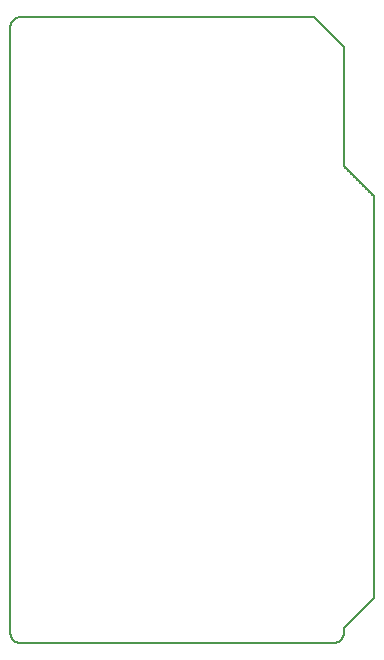
<source format=gm1>
G04 MADE WITH FRITZING*
G04 WWW.FRITZING.ORG*
G04 DOUBLE SIDED*
G04 HOLES PLATED*
G04 CONTOUR ON CENTER OF CONTOUR VECTOR*
%ASAXBY*%
%FSLAX23Y23*%
%MOIN*%
%OFA0B0*%
%SFA1.0B1.0*%
%ADD10C,0.008*%
%LNCONTOUR*%
G90*
G70*
G54D10*
X34Y2095D02*
X35Y2095D01*
X36Y2095D01*
X37Y2095D01*
X38Y2095D01*
X39Y2095D01*
X40Y2095D01*
X41Y2095D01*
X42Y2095D01*
X43Y2095D01*
X44Y2095D01*
X45Y2095D01*
X46Y2095D01*
X47Y2095D01*
X48Y2095D01*
X49Y2095D01*
X50Y2095D01*
X51Y2095D01*
X52Y2095D01*
X53Y2095D01*
X54Y2095D01*
X55Y2095D01*
X56Y2095D01*
X57Y2095D01*
X58Y2095D01*
X59Y2095D01*
X60Y2095D01*
X61Y2095D01*
X62Y2095D01*
X63Y2095D01*
X64Y2095D01*
X65Y2095D01*
X66Y2095D01*
X67Y2095D01*
X68Y2095D01*
X69Y2095D01*
X70Y2095D01*
X71Y2095D01*
X72Y2095D01*
X73Y2095D01*
X74Y2095D01*
X75Y2095D01*
X76Y2095D01*
X77Y2095D01*
X78Y2095D01*
X79Y2095D01*
X80Y2095D01*
X81Y2095D01*
X82Y2095D01*
X83Y2095D01*
X84Y2095D01*
X85Y2095D01*
X86Y2095D01*
X87Y2095D01*
X88Y2095D01*
X89Y2095D01*
X90Y2095D01*
X91Y2095D01*
X92Y2095D01*
X93Y2095D01*
X94Y2095D01*
X95Y2095D01*
X96Y2095D01*
X97Y2095D01*
X98Y2095D01*
X99Y2095D01*
X100Y2095D01*
X101Y2095D01*
X102Y2095D01*
X103Y2095D01*
X104Y2095D01*
X105Y2095D01*
X106Y2095D01*
X107Y2095D01*
X108Y2095D01*
X109Y2095D01*
X110Y2095D01*
X111Y2095D01*
X112Y2095D01*
X113Y2095D01*
X114Y2095D01*
X115Y2095D01*
X116Y2095D01*
X117Y2095D01*
X118Y2095D01*
X119Y2095D01*
X120Y2095D01*
X121Y2095D01*
X122Y2095D01*
X123Y2095D01*
X124Y2095D01*
X125Y2095D01*
X126Y2095D01*
X127Y2095D01*
X128Y2095D01*
X129Y2095D01*
X130Y2095D01*
X131Y2095D01*
X132Y2095D01*
X133Y2095D01*
X134Y2095D01*
X135Y2095D01*
X136Y2095D01*
X137Y2095D01*
X138Y2095D01*
X139Y2095D01*
X140Y2095D01*
X141Y2095D01*
X142Y2095D01*
X143Y2095D01*
X144Y2095D01*
X145Y2095D01*
X146Y2095D01*
X147Y2095D01*
X148Y2095D01*
X149Y2095D01*
X150Y2095D01*
X151Y2095D01*
X152Y2095D01*
X153Y2095D01*
X154Y2095D01*
X155Y2095D01*
X156Y2095D01*
X157Y2095D01*
X158Y2095D01*
X159Y2095D01*
X160Y2095D01*
X161Y2095D01*
X162Y2095D01*
X163Y2095D01*
X164Y2095D01*
X165Y2095D01*
X166Y2095D01*
X167Y2095D01*
X168Y2095D01*
X169Y2095D01*
X170Y2095D01*
X171Y2095D01*
X172Y2095D01*
X173Y2095D01*
X174Y2095D01*
X175Y2095D01*
X176Y2095D01*
X177Y2095D01*
X178Y2095D01*
X179Y2095D01*
X180Y2095D01*
X181Y2095D01*
X182Y2095D01*
X183Y2095D01*
X184Y2095D01*
X185Y2095D01*
X186Y2095D01*
X187Y2095D01*
X188Y2095D01*
X189Y2095D01*
X190Y2095D01*
X191Y2095D01*
X192Y2095D01*
X193Y2095D01*
X194Y2095D01*
X195Y2095D01*
X196Y2095D01*
X197Y2095D01*
X198Y2095D01*
X199Y2095D01*
X200Y2095D01*
X201Y2095D01*
X202Y2095D01*
X203Y2095D01*
X204Y2095D01*
X205Y2095D01*
X206Y2095D01*
X207Y2095D01*
X208Y2095D01*
X209Y2095D01*
X210Y2095D01*
X211Y2095D01*
X212Y2095D01*
X213Y2095D01*
X214Y2095D01*
X215Y2095D01*
X216Y2095D01*
X217Y2095D01*
X218Y2095D01*
X219Y2095D01*
X220Y2095D01*
X221Y2095D01*
X222Y2095D01*
X223Y2095D01*
X224Y2095D01*
X225Y2095D01*
X226Y2095D01*
X227Y2095D01*
X228Y2095D01*
X229Y2095D01*
X230Y2095D01*
X231Y2095D01*
X232Y2095D01*
X233Y2095D01*
X234Y2095D01*
X235Y2095D01*
X236Y2095D01*
X237Y2095D01*
X238Y2095D01*
X239Y2095D01*
X240Y2095D01*
X241Y2095D01*
X242Y2095D01*
X243Y2095D01*
X244Y2095D01*
X245Y2095D01*
X246Y2095D01*
X247Y2095D01*
X248Y2095D01*
X249Y2095D01*
X250Y2095D01*
X251Y2095D01*
X252Y2095D01*
X253Y2095D01*
X254Y2095D01*
X255Y2095D01*
X256Y2095D01*
X257Y2095D01*
X258Y2095D01*
X259Y2095D01*
X260Y2095D01*
X261Y2095D01*
X262Y2095D01*
X263Y2095D01*
X264Y2095D01*
X265Y2095D01*
X266Y2095D01*
X267Y2095D01*
X268Y2095D01*
X269Y2095D01*
X270Y2095D01*
X271Y2095D01*
X272Y2095D01*
X273Y2095D01*
X274Y2095D01*
X275Y2095D01*
X276Y2095D01*
X277Y2095D01*
X278Y2095D01*
X279Y2095D01*
X280Y2095D01*
X281Y2095D01*
X282Y2095D01*
X283Y2095D01*
X284Y2095D01*
X285Y2095D01*
X286Y2095D01*
X287Y2095D01*
X288Y2095D01*
X289Y2095D01*
X290Y2095D01*
X291Y2095D01*
X292Y2095D01*
X293Y2095D01*
X294Y2095D01*
X295Y2095D01*
X296Y2095D01*
X297Y2095D01*
X298Y2095D01*
X299Y2095D01*
X300Y2095D01*
X301Y2095D01*
X302Y2095D01*
X303Y2095D01*
X304Y2095D01*
X305Y2095D01*
X306Y2095D01*
X307Y2095D01*
X308Y2095D01*
X309Y2095D01*
X310Y2095D01*
X311Y2095D01*
X312Y2095D01*
X313Y2095D01*
X314Y2095D01*
X315Y2095D01*
X316Y2095D01*
X317Y2095D01*
X318Y2095D01*
X319Y2095D01*
X320Y2095D01*
X321Y2095D01*
X322Y2095D01*
X323Y2095D01*
X324Y2095D01*
X325Y2095D01*
X326Y2095D01*
X327Y2095D01*
X328Y2095D01*
X329Y2095D01*
X330Y2095D01*
X331Y2095D01*
X332Y2095D01*
X333Y2095D01*
X334Y2095D01*
X335Y2095D01*
X336Y2095D01*
X337Y2095D01*
X338Y2095D01*
X339Y2095D01*
X340Y2095D01*
X341Y2095D01*
X342Y2095D01*
X343Y2095D01*
X344Y2095D01*
X345Y2095D01*
X346Y2095D01*
X347Y2095D01*
X348Y2095D01*
X349Y2095D01*
X350Y2095D01*
X351Y2095D01*
X352Y2095D01*
X353Y2095D01*
X354Y2095D01*
X355Y2095D01*
X356Y2095D01*
X357Y2095D01*
X358Y2095D01*
X359Y2095D01*
X360Y2095D01*
X361Y2095D01*
X362Y2095D01*
X363Y2095D01*
X364Y2095D01*
X365Y2095D01*
X366Y2095D01*
X367Y2095D01*
X368Y2095D01*
X369Y2095D01*
X370Y2095D01*
X371Y2095D01*
X372Y2095D01*
X373Y2095D01*
X374Y2095D01*
X375Y2095D01*
X376Y2095D01*
X377Y2095D01*
X378Y2095D01*
X379Y2095D01*
X380Y2095D01*
X381Y2095D01*
X382Y2095D01*
X383Y2095D01*
X384Y2095D01*
X385Y2095D01*
X386Y2095D01*
X387Y2095D01*
X388Y2095D01*
X389Y2095D01*
X390Y2095D01*
X391Y2095D01*
X392Y2095D01*
X393Y2095D01*
X394Y2095D01*
X395Y2095D01*
X396Y2095D01*
X397Y2095D01*
X398Y2095D01*
X399Y2095D01*
X400Y2095D01*
X401Y2095D01*
X402Y2095D01*
X403Y2095D01*
X404Y2095D01*
X405Y2095D01*
X406Y2095D01*
X407Y2095D01*
X408Y2095D01*
X409Y2095D01*
X410Y2095D01*
X411Y2095D01*
X412Y2095D01*
X413Y2095D01*
X414Y2095D01*
X415Y2095D01*
X416Y2095D01*
X417Y2095D01*
X418Y2095D01*
X419Y2095D01*
X420Y2095D01*
X421Y2095D01*
X422Y2095D01*
X423Y2095D01*
X424Y2095D01*
X425Y2095D01*
X426Y2095D01*
X427Y2095D01*
X428Y2095D01*
X429Y2095D01*
X430Y2095D01*
X431Y2095D01*
X432Y2095D01*
X433Y2095D01*
X434Y2095D01*
X435Y2095D01*
X436Y2095D01*
X437Y2095D01*
X438Y2095D01*
X439Y2095D01*
X440Y2095D01*
X441Y2095D01*
X442Y2095D01*
X443Y2095D01*
X444Y2095D01*
X445Y2095D01*
X446Y2095D01*
X447Y2095D01*
X448Y2095D01*
X449Y2095D01*
X450Y2095D01*
X451Y2095D01*
X452Y2095D01*
X453Y2095D01*
X454Y2095D01*
X455Y2095D01*
X456Y2095D01*
X457Y2095D01*
X458Y2095D01*
X459Y2095D01*
X460Y2095D01*
X461Y2095D01*
X462Y2095D01*
X463Y2095D01*
X464Y2095D01*
X465Y2095D01*
X466Y2095D01*
X467Y2095D01*
X468Y2095D01*
X469Y2095D01*
X470Y2095D01*
X471Y2095D01*
X472Y2095D01*
X473Y2095D01*
X474Y2095D01*
X475Y2095D01*
X476Y2095D01*
X477Y2095D01*
X478Y2095D01*
X479Y2095D01*
X480Y2095D01*
X481Y2095D01*
X482Y2095D01*
X483Y2095D01*
X484Y2095D01*
X485Y2095D01*
X486Y2095D01*
X487Y2095D01*
X488Y2095D01*
X489Y2095D01*
X490Y2095D01*
X491Y2095D01*
X492Y2095D01*
X493Y2095D01*
X494Y2095D01*
X495Y2095D01*
X496Y2095D01*
X497Y2095D01*
X498Y2095D01*
X499Y2095D01*
X500Y2095D01*
X501Y2095D01*
X502Y2095D01*
X503Y2095D01*
X504Y2095D01*
X505Y2095D01*
X506Y2095D01*
X507Y2095D01*
X508Y2095D01*
X509Y2095D01*
X510Y2095D01*
X511Y2095D01*
X512Y2095D01*
X513Y2095D01*
X514Y2095D01*
X515Y2095D01*
X516Y2095D01*
X517Y2095D01*
X518Y2095D01*
X519Y2095D01*
X520Y2095D01*
X521Y2095D01*
X522Y2095D01*
X523Y2095D01*
X524Y2095D01*
X525Y2095D01*
X526Y2095D01*
X527Y2095D01*
X528Y2095D01*
X529Y2095D01*
X530Y2095D01*
X531Y2095D01*
X532Y2095D01*
X533Y2095D01*
X534Y2095D01*
X535Y2095D01*
X536Y2095D01*
X537Y2095D01*
X538Y2095D01*
X539Y2095D01*
X540Y2095D01*
X541Y2095D01*
X542Y2095D01*
X543Y2095D01*
X544Y2095D01*
X545Y2095D01*
X546Y2095D01*
X547Y2095D01*
X548Y2095D01*
X549Y2095D01*
X550Y2095D01*
X551Y2095D01*
X552Y2095D01*
X553Y2095D01*
X554Y2095D01*
X555Y2095D01*
X556Y2095D01*
X557Y2095D01*
X558Y2095D01*
X559Y2095D01*
X560Y2095D01*
X561Y2095D01*
X562Y2095D01*
X563Y2095D01*
X564Y2095D01*
X565Y2095D01*
X566Y2095D01*
X567Y2095D01*
X568Y2095D01*
X569Y2095D01*
X570Y2095D01*
X571Y2095D01*
X572Y2095D01*
X573Y2095D01*
X574Y2095D01*
X575Y2095D01*
X576Y2095D01*
X577Y2095D01*
X578Y2095D01*
X579Y2095D01*
X580Y2095D01*
X581Y2095D01*
X582Y2095D01*
X583Y2095D01*
X584Y2095D01*
X585Y2095D01*
X586Y2095D01*
X587Y2095D01*
X588Y2095D01*
X589Y2095D01*
X590Y2095D01*
X591Y2095D01*
X592Y2095D01*
X593Y2095D01*
X594Y2095D01*
X595Y2095D01*
X596Y2095D01*
X597Y2095D01*
X598Y2095D01*
X599Y2095D01*
X600Y2095D01*
X601Y2095D01*
X602Y2095D01*
X603Y2095D01*
X604Y2095D01*
X605Y2095D01*
X606Y2095D01*
X607Y2095D01*
X608Y2095D01*
X609Y2095D01*
X610Y2095D01*
X611Y2095D01*
X612Y2095D01*
X613Y2095D01*
X614Y2095D01*
X615Y2095D01*
X616Y2095D01*
X617Y2095D01*
X618Y2095D01*
X619Y2095D01*
X620Y2095D01*
X621Y2095D01*
X622Y2095D01*
X623Y2095D01*
X624Y2095D01*
X625Y2095D01*
X626Y2095D01*
X627Y2095D01*
X628Y2095D01*
X629Y2095D01*
X630Y2095D01*
X631Y2095D01*
X632Y2095D01*
X633Y2095D01*
X634Y2095D01*
X635Y2095D01*
X636Y2095D01*
X637Y2095D01*
X638Y2095D01*
X639Y2095D01*
X640Y2095D01*
X641Y2095D01*
X642Y2095D01*
X643Y2095D01*
X644Y2095D01*
X645Y2095D01*
X646Y2095D01*
X647Y2095D01*
X648Y2095D01*
X649Y2095D01*
X650Y2095D01*
X651Y2095D01*
X652Y2095D01*
X653Y2095D01*
X654Y2095D01*
X655Y2095D01*
X656Y2095D01*
X657Y2095D01*
X658Y2095D01*
X659Y2095D01*
X660Y2095D01*
X661Y2095D01*
X662Y2095D01*
X663Y2095D01*
X664Y2095D01*
X665Y2095D01*
X666Y2095D01*
X667Y2095D01*
X668Y2095D01*
X669Y2095D01*
X670Y2095D01*
X671Y2095D01*
X672Y2095D01*
X673Y2095D01*
X674Y2095D01*
X675Y2095D01*
X676Y2095D01*
X677Y2095D01*
X678Y2095D01*
X679Y2095D01*
X680Y2095D01*
X681Y2095D01*
X682Y2095D01*
X683Y2095D01*
X684Y2095D01*
X685Y2095D01*
X686Y2095D01*
X687Y2095D01*
X688Y2095D01*
X689Y2095D01*
X690Y2095D01*
X691Y2095D01*
X692Y2095D01*
X693Y2095D01*
X694Y2095D01*
X695Y2095D01*
X696Y2095D01*
X697Y2095D01*
X698Y2095D01*
X699Y2095D01*
X700Y2095D01*
X701Y2095D01*
X702Y2095D01*
X703Y2095D01*
X704Y2095D01*
X705Y2095D01*
X706Y2095D01*
X707Y2095D01*
X708Y2095D01*
X709Y2095D01*
X710Y2095D01*
X711Y2095D01*
X712Y2095D01*
X713Y2095D01*
X714Y2095D01*
X715Y2095D01*
X716Y2095D01*
X717Y2095D01*
X718Y2095D01*
X719Y2095D01*
X720Y2095D01*
X721Y2095D01*
X722Y2095D01*
X723Y2095D01*
X724Y2095D01*
X725Y2095D01*
X726Y2095D01*
X727Y2095D01*
X728Y2095D01*
X729Y2095D01*
X730Y2095D01*
X731Y2095D01*
X732Y2095D01*
X733Y2095D01*
X734Y2095D01*
X735Y2095D01*
X736Y2095D01*
X737Y2095D01*
X738Y2095D01*
X739Y2095D01*
X740Y2095D01*
X741Y2095D01*
X742Y2095D01*
X743Y2095D01*
X744Y2095D01*
X745Y2095D01*
X746Y2095D01*
X747Y2095D01*
X748Y2095D01*
X749Y2095D01*
X750Y2095D01*
X751Y2095D01*
X752Y2095D01*
X753Y2095D01*
X754Y2095D01*
X755Y2095D01*
X756Y2095D01*
X757Y2095D01*
X758Y2095D01*
X759Y2095D01*
X760Y2095D01*
X761Y2095D01*
X762Y2095D01*
X763Y2095D01*
X764Y2095D01*
X765Y2095D01*
X766Y2095D01*
X767Y2095D01*
X768Y2095D01*
X769Y2095D01*
X770Y2095D01*
X771Y2095D01*
X772Y2095D01*
X773Y2095D01*
X774Y2095D01*
X775Y2095D01*
X776Y2095D01*
X777Y2095D01*
X778Y2095D01*
X779Y2095D01*
X780Y2095D01*
X781Y2095D01*
X782Y2095D01*
X783Y2095D01*
X784Y2095D01*
X785Y2095D01*
X786Y2095D01*
X787Y2095D01*
X788Y2095D01*
X789Y2095D01*
X790Y2095D01*
X791Y2095D01*
X792Y2095D01*
X793Y2095D01*
X794Y2095D01*
X795Y2095D01*
X796Y2095D01*
X797Y2095D01*
X798Y2095D01*
X799Y2095D01*
X800Y2095D01*
X801Y2095D01*
X802Y2095D01*
X803Y2095D01*
X804Y2095D01*
X805Y2095D01*
X806Y2095D01*
X807Y2095D01*
X808Y2095D01*
X809Y2095D01*
X810Y2095D01*
X811Y2095D01*
X812Y2095D01*
X813Y2095D01*
X814Y2095D01*
X815Y2095D01*
X816Y2095D01*
X817Y2095D01*
X818Y2095D01*
X819Y2095D01*
X820Y2095D01*
X821Y2095D01*
X822Y2095D01*
X823Y2095D01*
X824Y2095D01*
X825Y2095D01*
X826Y2095D01*
X827Y2095D01*
X828Y2095D01*
X829Y2095D01*
X830Y2095D01*
X831Y2095D01*
X832Y2095D01*
X833Y2095D01*
X834Y2095D01*
X835Y2095D01*
X836Y2095D01*
X837Y2095D01*
X838Y2095D01*
X839Y2095D01*
X840Y2095D01*
X841Y2095D01*
X842Y2095D01*
X843Y2095D01*
X844Y2095D01*
X845Y2095D01*
X846Y2095D01*
X847Y2095D01*
X848Y2095D01*
X849Y2095D01*
X850Y2095D01*
X851Y2095D01*
X852Y2095D01*
X853Y2095D01*
X854Y2095D01*
X855Y2095D01*
X856Y2095D01*
X857Y2095D01*
X858Y2095D01*
X859Y2095D01*
X860Y2095D01*
X861Y2095D01*
X862Y2095D01*
X863Y2095D01*
X864Y2095D01*
X865Y2095D01*
X866Y2095D01*
X867Y2095D01*
X868Y2095D01*
X869Y2095D01*
X870Y2095D01*
X871Y2095D01*
X872Y2095D01*
X873Y2095D01*
X874Y2095D01*
X875Y2095D01*
X876Y2095D01*
X877Y2095D01*
X878Y2095D01*
X879Y2095D01*
X880Y2095D01*
X881Y2095D01*
X882Y2095D01*
X883Y2095D01*
X884Y2095D01*
X885Y2095D01*
X886Y2095D01*
X887Y2095D01*
X888Y2095D01*
X889Y2095D01*
X890Y2095D01*
X891Y2095D01*
X892Y2095D01*
X893Y2095D01*
X894Y2095D01*
X895Y2095D01*
X896Y2095D01*
X897Y2095D01*
X898Y2095D01*
X899Y2095D01*
X900Y2095D01*
X901Y2095D01*
X902Y2095D01*
X903Y2095D01*
X904Y2095D01*
X905Y2095D01*
X906Y2095D01*
X907Y2095D01*
X908Y2095D01*
X909Y2095D01*
X910Y2095D01*
X911Y2095D01*
X912Y2095D01*
X913Y2095D01*
X914Y2095D01*
X915Y2095D01*
X916Y2095D01*
X917Y2095D01*
X918Y2095D01*
X919Y2095D01*
X920Y2095D01*
X921Y2095D01*
X922Y2095D01*
X923Y2095D01*
X924Y2095D01*
X925Y2095D01*
X926Y2095D01*
X927Y2095D01*
X928Y2095D01*
X929Y2095D01*
X930Y2095D01*
X931Y2095D01*
X932Y2095D01*
X933Y2095D01*
X934Y2095D01*
X935Y2095D01*
X936Y2095D01*
X937Y2095D01*
X938Y2095D01*
X939Y2095D01*
X940Y2095D01*
X941Y2095D01*
X942Y2095D01*
X943Y2095D01*
X944Y2095D01*
X945Y2095D01*
X946Y2095D01*
X947Y2095D01*
X948Y2095D01*
X949Y2095D01*
X950Y2095D01*
X951Y2095D01*
X952Y2095D01*
X953Y2095D01*
X954Y2095D01*
X955Y2095D01*
X956Y2095D01*
X957Y2095D01*
X958Y2095D01*
X959Y2095D01*
X960Y2095D01*
X961Y2095D01*
X962Y2095D01*
X963Y2095D01*
X964Y2095D01*
X965Y2095D01*
X966Y2095D01*
X967Y2095D01*
X968Y2095D01*
X969Y2095D01*
X970Y2095D01*
X971Y2095D01*
X972Y2095D01*
X973Y2095D01*
X974Y2095D01*
X975Y2095D01*
X976Y2095D01*
X977Y2095D01*
X978Y2095D01*
X979Y2095D01*
X980Y2095D01*
X981Y2095D01*
X982Y2095D01*
X983Y2095D01*
X984Y2095D01*
X985Y2095D01*
X986Y2095D01*
X987Y2095D01*
X988Y2095D01*
X989Y2095D01*
X990Y2095D01*
X991Y2095D01*
X992Y2095D01*
X993Y2095D01*
X994Y2095D01*
X995Y2095D01*
X996Y2095D01*
X997Y2095D01*
X998Y2095D01*
X999Y2095D01*
X1000Y2095D01*
X1001Y2095D01*
X1002Y2095D01*
X1003Y2095D01*
X1004Y2095D01*
X1005Y2095D01*
X1006Y2095D01*
X1007Y2095D01*
X1008Y2095D01*
X1009Y2095D01*
X1010Y2095D01*
X1011Y2095D01*
X1012Y2095D01*
X1013Y2095D01*
X1014Y2095D01*
X1015Y2095D01*
X1016Y2095D01*
X1017Y2095D01*
X1018Y2095D01*
X1019Y2095D01*
X1020Y2094D01*
X1021Y2093D01*
X1022Y2092D01*
X1023Y2091D01*
X1024Y2090D01*
X1025Y2089D01*
X1026Y2088D01*
X1027Y2087D01*
X1028Y2086D01*
X1029Y2085D01*
X1030Y2084D01*
X1031Y2083D01*
X1032Y2082D01*
X1033Y2081D01*
X1034Y2080D01*
X1035Y2079D01*
X1036Y2078D01*
X1037Y2077D01*
X1038Y2076D01*
X1039Y2075D01*
X1040Y2074D01*
X1041Y2073D01*
X1042Y2072D01*
X1043Y2071D01*
X1044Y2070D01*
X1045Y2069D01*
X1046Y2068D01*
X1047Y2067D01*
X1048Y2066D01*
X1049Y2065D01*
X1050Y2064D01*
X1051Y2063D01*
X1052Y2062D01*
X1053Y2061D01*
X1054Y2060D01*
X1055Y2059D01*
X1056Y2058D01*
X1057Y2057D01*
X1058Y2056D01*
X1059Y2055D01*
X1060Y2054D01*
X1061Y2053D01*
X1062Y2052D01*
X1063Y2051D01*
X1064Y2050D01*
X1065Y2049D01*
X1066Y2048D01*
X1067Y2047D01*
X1068Y2046D01*
X1069Y2045D01*
X1070Y2044D01*
X1071Y2043D01*
X1072Y2042D01*
X1073Y2041D01*
X1074Y2040D01*
X1075Y2039D01*
X1076Y2038D01*
X1077Y2037D01*
X1078Y2036D01*
X1079Y2035D01*
X1080Y2034D01*
X1081Y2033D01*
X1082Y2032D01*
X1083Y2031D01*
X1084Y2030D01*
X1085Y2029D01*
X1086Y2028D01*
X1087Y2027D01*
X1088Y2026D01*
X1089Y2026D01*
X1090Y2025D01*
X1091Y2024D01*
X1092Y2023D01*
X1093Y2022D01*
X1094Y2021D01*
X1095Y2020D01*
X1096Y2019D01*
X1097Y2018D01*
X1098Y2017D01*
X1099Y2016D01*
X1100Y2015D01*
X1101Y2014D01*
X1102Y2013D01*
X1103Y2012D01*
X1104Y2011D01*
X1105Y2010D01*
X1106Y2009D01*
X1107Y2008D01*
X1108Y2007D01*
X1109Y2006D01*
X1110Y2005D01*
X1111Y2004D01*
X1112Y2003D01*
X1113Y2002D01*
X1114Y2001D01*
X1115Y2000D01*
X1116Y1999D01*
X1117Y1998D01*
X1118Y1997D01*
X1118Y1599D01*
X1119Y1598D01*
X1120Y1597D01*
X1121Y1596D01*
X1122Y1595D01*
X1123Y1594D01*
X1124Y1593D01*
X1125Y1592D01*
X1126Y1591D01*
X1127Y1590D01*
X1128Y1589D01*
X1129Y1588D01*
X1130Y1587D01*
X1131Y1586D01*
X1132Y1585D01*
X1133Y1584D01*
X1134Y1583D01*
X1135Y1582D01*
X1136Y1581D01*
X1137Y1580D01*
X1138Y1579D01*
X1139Y1578D01*
X1140Y1577D01*
X1141Y1576D01*
X1142Y1575D01*
X1143Y1574D01*
X1144Y1573D01*
X1145Y1572D01*
X1146Y1571D01*
X1147Y1570D01*
X1148Y1569D01*
X1149Y1568D01*
X1150Y1567D01*
X1151Y1566D01*
X1152Y1565D01*
X1153Y1564D01*
X1154Y1563D01*
X1155Y1562D01*
X1156Y1561D01*
X1157Y1560D01*
X1158Y1559D01*
X1159Y1558D01*
X1160Y1557D01*
X1161Y1556D01*
X1162Y1555D01*
X1163Y1554D01*
X1164Y1553D01*
X1165Y1552D01*
X1166Y1551D01*
X1167Y1550D01*
X1168Y1549D01*
X1169Y1548D01*
X1170Y1547D01*
X1171Y1546D01*
X1172Y1545D01*
X1173Y1544D01*
X1174Y1543D01*
X1175Y1542D01*
X1176Y1541D01*
X1177Y1540D01*
X1178Y1539D01*
X1179Y1538D01*
X1180Y1537D01*
X1181Y1536D01*
X1182Y1535D01*
X1183Y1534D01*
X1184Y1533D01*
X1185Y1532D01*
X1186Y1531D01*
X1187Y1530D01*
X1188Y1529D01*
X1189Y1528D01*
X1190Y1527D01*
X1191Y1526D01*
X1192Y1525D01*
X1193Y1524D01*
X1194Y1523D01*
X1195Y1522D01*
X1196Y1521D01*
X1197Y1520D01*
X1198Y1519D01*
X1199Y1518D01*
X1200Y1517D01*
X1201Y1516D01*
X1202Y1515D01*
X1203Y1514D01*
X1204Y1513D01*
X1205Y1512D01*
X1206Y1511D01*
X1207Y1510D01*
X1208Y1509D01*
X1209Y1508D01*
X1210Y1507D01*
X1211Y1506D01*
X1212Y1505D01*
X1213Y1504D01*
X1214Y1503D01*
X1215Y1502D01*
X1216Y1501D01*
X1217Y1500D01*
X1218Y1499D01*
X1218Y157D01*
X1217Y156D01*
X1216Y155D01*
X1215Y154D01*
X1214Y153D01*
X1213Y152D01*
X1212Y151D01*
X1211Y150D01*
X1210Y149D01*
X1209Y148D01*
X1208Y147D01*
X1207Y146D01*
X1206Y145D01*
X1205Y144D01*
X1204Y143D01*
X1203Y142D01*
X1202Y141D01*
X1201Y140D01*
X1200Y139D01*
X1199Y138D01*
X1198Y137D01*
X1197Y136D01*
X1196Y135D01*
X1195Y134D01*
X1194Y133D01*
X1193Y132D01*
X1192Y131D01*
X1191Y130D01*
X1190Y129D01*
X1189Y128D01*
X1188Y127D01*
X1187Y126D01*
X1186Y125D01*
X1185Y124D01*
X1184Y123D01*
X1183Y122D01*
X1182Y121D01*
X1181Y120D01*
X1180Y119D01*
X1179Y118D01*
X1178Y117D01*
X1177Y116D01*
X1176Y115D01*
X1175Y114D01*
X1174Y113D01*
X1173Y112D01*
X1172Y111D01*
X1171Y110D01*
X1170Y109D01*
X1169Y108D01*
X1168Y107D01*
X1167Y106D01*
X1166Y105D01*
X1165Y104D01*
X1164Y103D01*
X1163Y102D01*
X1162Y101D01*
X1161Y100D01*
X1160Y99D01*
X1159Y98D01*
X1158Y97D01*
X1157Y96D01*
X1156Y95D01*
X1155Y94D01*
X1154Y93D01*
X1153Y92D01*
X1152Y91D01*
X1151Y90D01*
X1150Y89D01*
X1149Y88D01*
X1148Y87D01*
X1147Y86D01*
X1146Y85D01*
X1145Y84D01*
X1144Y83D01*
X1143Y82D01*
X1142Y81D01*
X1141Y80D01*
X1140Y79D01*
X1139Y78D01*
X1138Y77D01*
X1137Y76D01*
X1136Y75D01*
X1135Y74D01*
X1134Y73D01*
X1133Y72D01*
X1132Y71D01*
X1131Y70D01*
X1130Y69D01*
X1129Y68D01*
X1128Y67D01*
X1127Y66D01*
X1126Y65D01*
X1125Y64D01*
X1124Y63D01*
X1123Y62D01*
X1122Y61D01*
X1121Y60D01*
X1120Y59D01*
X1119Y58D01*
X1118Y57D01*
X1118Y45D01*
X1119Y44D01*
X1119Y41D01*
X1118Y40D01*
X1118Y35D01*
X1117Y34D01*
X1117Y31D01*
X1116Y30D01*
X1116Y29D01*
X1115Y28D01*
X1115Y27D01*
X1114Y26D01*
X1114Y25D01*
X1113Y24D01*
X1112Y23D01*
X1112Y22D01*
X1111Y21D01*
X1110Y20D01*
X1109Y19D01*
X1108Y18D01*
X1107Y17D01*
X1106Y16D01*
X1105Y15D01*
X1104Y14D01*
X1103Y14D01*
X1102Y13D01*
X1101Y12D01*
X1100Y12D01*
X1099Y11D01*
X1098Y11D01*
X1097Y11D01*
X1096Y10D01*
X1095Y10D01*
X1094Y10D01*
X1093Y9D01*
X1092Y9D01*
X1091Y9D01*
X1090Y9D01*
X1089Y8D01*
X1088Y8D01*
X1087Y8D01*
X1086Y8D01*
X1085Y8D01*
X1084Y8D01*
X1083Y8D01*
X1082Y8D01*
X1081Y8D01*
X1080Y8D01*
X1079Y8D01*
X1078Y8D01*
X1077Y8D01*
X1076Y8D01*
X1075Y8D01*
X1074Y8D01*
X1073Y8D01*
X1072Y8D01*
X1071Y8D01*
X1070Y8D01*
X1069Y8D01*
X1068Y8D01*
X1067Y8D01*
X1066Y8D01*
X1065Y8D01*
X1064Y8D01*
X1063Y8D01*
X1062Y8D01*
X1061Y8D01*
X1060Y8D01*
X1059Y8D01*
X1058Y8D01*
X1057Y8D01*
X1056Y8D01*
X1055Y8D01*
X1054Y8D01*
X1053Y8D01*
X1052Y8D01*
X1051Y8D01*
X1050Y8D01*
X1049Y8D01*
X1048Y8D01*
X1047Y8D01*
X1046Y8D01*
X1045Y8D01*
X1044Y8D01*
X1043Y8D01*
X1042Y8D01*
X1041Y8D01*
X1040Y8D01*
X1039Y8D01*
X1038Y8D01*
X1037Y8D01*
X1036Y8D01*
X1035Y8D01*
X1034Y8D01*
X1033Y8D01*
X1032Y8D01*
X1031Y8D01*
X1030Y8D01*
X1029Y8D01*
X1028Y8D01*
X1027Y8D01*
X1026Y8D01*
X1025Y8D01*
X1024Y8D01*
X1023Y8D01*
X1022Y8D01*
X1021Y8D01*
X1020Y8D01*
X1019Y8D01*
X1018Y8D01*
X1017Y8D01*
X1016Y8D01*
X1015Y8D01*
X1014Y8D01*
X1013Y8D01*
X1012Y8D01*
X1011Y8D01*
X1010Y8D01*
X1009Y8D01*
X1008Y8D01*
X1007Y8D01*
X1006Y8D01*
X1005Y8D01*
X1004Y8D01*
X1003Y8D01*
X1002Y8D01*
X1001Y8D01*
X1000Y8D01*
X999Y8D01*
X998Y8D01*
X997Y8D01*
X996Y8D01*
X995Y8D01*
X994Y8D01*
X993Y8D01*
X992Y8D01*
X991Y8D01*
X990Y8D01*
X989Y8D01*
X988Y8D01*
X987Y8D01*
X986Y8D01*
X985Y8D01*
X984Y8D01*
X983Y8D01*
X982Y8D01*
X981Y8D01*
X980Y8D01*
X979Y8D01*
X978Y8D01*
X977Y8D01*
X976Y8D01*
X975Y8D01*
X974Y8D01*
X973Y8D01*
X972Y8D01*
X971Y8D01*
X970Y8D01*
X969Y8D01*
X968Y8D01*
X967Y8D01*
X966Y8D01*
X965Y8D01*
X964Y8D01*
X963Y8D01*
X962Y8D01*
X961Y8D01*
X960Y8D01*
X959Y8D01*
X958Y8D01*
X957Y8D01*
X956Y8D01*
X955Y8D01*
X954Y8D01*
X953Y8D01*
X952Y8D01*
X951Y8D01*
X950Y8D01*
X949Y8D01*
X948Y8D01*
X947Y8D01*
X946Y8D01*
X945Y8D01*
X944Y8D01*
X943Y8D01*
X942Y8D01*
X941Y8D01*
X940Y8D01*
X939Y8D01*
X938Y8D01*
X937Y8D01*
X936Y8D01*
X935Y8D01*
X934Y8D01*
X933Y8D01*
X932Y8D01*
X931Y8D01*
X930Y8D01*
X929Y8D01*
X928Y8D01*
X927Y8D01*
X926Y8D01*
X925Y8D01*
X924Y8D01*
X923Y8D01*
X922Y8D01*
X921Y8D01*
X920Y8D01*
X919Y8D01*
X918Y8D01*
X917Y8D01*
X916Y8D01*
X915Y8D01*
X914Y8D01*
X913Y8D01*
X912Y8D01*
X911Y8D01*
X910Y8D01*
X909Y8D01*
X908Y8D01*
X907Y8D01*
X906Y8D01*
X905Y8D01*
X904Y8D01*
X903Y8D01*
X902Y8D01*
X901Y8D01*
X900Y8D01*
X899Y8D01*
X898Y8D01*
X897Y8D01*
X896Y8D01*
X895Y8D01*
X894Y8D01*
X893Y8D01*
X892Y8D01*
X891Y8D01*
X890Y8D01*
X889Y8D01*
X888Y8D01*
X887Y8D01*
X886Y8D01*
X885Y8D01*
X884Y8D01*
X883Y8D01*
X882Y8D01*
X881Y8D01*
X880Y8D01*
X879Y8D01*
X878Y8D01*
X877Y8D01*
X876Y8D01*
X875Y8D01*
X874Y8D01*
X873Y8D01*
X872Y8D01*
X871Y8D01*
X870Y8D01*
X869Y8D01*
X868Y8D01*
X867Y8D01*
X866Y8D01*
X865Y8D01*
X864Y8D01*
X863Y8D01*
X862Y8D01*
X861Y8D01*
X860Y8D01*
X859Y8D01*
X858Y8D01*
X857Y8D01*
X856Y8D01*
X855Y8D01*
X854Y8D01*
X853Y8D01*
X852Y8D01*
X851Y8D01*
X850Y8D01*
X849Y8D01*
X848Y8D01*
X847Y8D01*
X846Y8D01*
X845Y8D01*
X844Y8D01*
X843Y8D01*
X842Y8D01*
X841Y8D01*
X840Y8D01*
X839Y8D01*
X838Y8D01*
X837Y8D01*
X836Y8D01*
X835Y8D01*
X834Y8D01*
X833Y8D01*
X832Y8D01*
X831Y8D01*
X830Y8D01*
X829Y8D01*
X828Y8D01*
X827Y8D01*
X826Y8D01*
X825Y8D01*
X824Y8D01*
X823Y8D01*
X822Y8D01*
X821Y8D01*
X820Y8D01*
X819Y8D01*
X818Y8D01*
X817Y8D01*
X816Y8D01*
X815Y8D01*
X814Y8D01*
X813Y8D01*
X812Y8D01*
X811Y8D01*
X810Y8D01*
X809Y8D01*
X808Y8D01*
X807Y8D01*
X806Y8D01*
X805Y8D01*
X804Y8D01*
X803Y8D01*
X802Y8D01*
X801Y8D01*
X800Y8D01*
X799Y8D01*
X798Y8D01*
X797Y8D01*
X796Y8D01*
X795Y8D01*
X794Y8D01*
X793Y8D01*
X792Y8D01*
X791Y8D01*
X790Y8D01*
X789Y8D01*
X788Y8D01*
X787Y8D01*
X786Y8D01*
X785Y8D01*
X784Y8D01*
X783Y8D01*
X782Y8D01*
X781Y8D01*
X780Y8D01*
X779Y8D01*
X778Y8D01*
X777Y8D01*
X776Y8D01*
X775Y8D01*
X774Y8D01*
X773Y8D01*
X772Y8D01*
X771Y8D01*
X770Y8D01*
X769Y8D01*
X768Y8D01*
X767Y8D01*
X766Y8D01*
X765Y8D01*
X764Y8D01*
X763Y8D01*
X762Y8D01*
X761Y8D01*
X760Y8D01*
X759Y8D01*
X758Y8D01*
X757Y8D01*
X756Y8D01*
X755Y8D01*
X754Y8D01*
X753Y8D01*
X752Y8D01*
X751Y8D01*
X750Y8D01*
X749Y8D01*
X748Y8D01*
X747Y8D01*
X746Y8D01*
X745Y8D01*
X744Y8D01*
X743Y8D01*
X742Y8D01*
X741Y8D01*
X740Y8D01*
X739Y8D01*
X738Y8D01*
X737Y8D01*
X736Y8D01*
X735Y8D01*
X734Y8D01*
X733Y8D01*
X732Y8D01*
X731Y8D01*
X730Y8D01*
X729Y8D01*
X728Y8D01*
X727Y8D01*
X726Y8D01*
X725Y8D01*
X724Y8D01*
X723Y8D01*
X722Y8D01*
X721Y8D01*
X720Y8D01*
X719Y8D01*
X718Y8D01*
X717Y8D01*
X716Y8D01*
X715Y8D01*
X714Y8D01*
X713Y8D01*
X712Y8D01*
X711Y8D01*
X710Y8D01*
X709Y8D01*
X708Y8D01*
X707Y8D01*
X706Y8D01*
X705Y8D01*
X704Y8D01*
X703Y8D01*
X702Y8D01*
X701Y8D01*
X700Y8D01*
X699Y8D01*
X698Y8D01*
X697Y8D01*
X696Y8D01*
X695Y8D01*
X694Y8D01*
X693Y8D01*
X692Y8D01*
X691Y8D01*
X690Y8D01*
X689Y8D01*
X688Y8D01*
X687Y8D01*
X686Y8D01*
X685Y8D01*
X684Y8D01*
X683Y8D01*
X682Y8D01*
X681Y8D01*
X680Y8D01*
X679Y8D01*
X678Y8D01*
X677Y8D01*
X676Y8D01*
X675Y8D01*
X674Y8D01*
X673Y8D01*
X672Y8D01*
X671Y8D01*
X670Y8D01*
X669Y8D01*
X668Y8D01*
X667Y8D01*
X666Y8D01*
X665Y8D01*
X664Y8D01*
X663Y8D01*
X662Y8D01*
X661Y8D01*
X660Y8D01*
X659Y8D01*
X658Y8D01*
X657Y8D01*
X656Y8D01*
X655Y8D01*
X654Y8D01*
X653Y8D01*
X652Y8D01*
X651Y8D01*
X650Y8D01*
X649Y8D01*
X648Y8D01*
X647Y8D01*
X646Y8D01*
X645Y8D01*
X644Y8D01*
X643Y8D01*
X642Y8D01*
X641Y8D01*
X640Y8D01*
X639Y8D01*
X638Y8D01*
X637Y8D01*
X636Y8D01*
X635Y8D01*
X634Y8D01*
X633Y8D01*
X632Y8D01*
X631Y8D01*
X630Y8D01*
X629Y8D01*
X628Y8D01*
X627Y8D01*
X626Y8D01*
X625Y8D01*
X624Y8D01*
X623Y8D01*
X622Y8D01*
X621Y8D01*
X620Y8D01*
X619Y8D01*
X618Y8D01*
X617Y8D01*
X616Y8D01*
X615Y8D01*
X614Y8D01*
X613Y8D01*
X612Y8D01*
X611Y8D01*
X610Y8D01*
X609Y8D01*
X608Y8D01*
X607Y8D01*
X606Y8D01*
X605Y8D01*
X604Y8D01*
X603Y8D01*
X602Y8D01*
X601Y8D01*
X600Y8D01*
X599Y8D01*
X598Y8D01*
X597Y8D01*
X596Y8D01*
X595Y8D01*
X594Y8D01*
X593Y8D01*
X592Y8D01*
X591Y8D01*
X590Y8D01*
X589Y8D01*
X588Y8D01*
X587Y8D01*
X586Y8D01*
X585Y8D01*
X584Y8D01*
X583Y8D01*
X582Y8D01*
X581Y8D01*
X580Y8D01*
X579Y8D01*
X578Y8D01*
X577Y8D01*
X576Y8D01*
X575Y8D01*
X574Y8D01*
X573Y8D01*
X572Y8D01*
X571Y8D01*
X570Y8D01*
X569Y8D01*
X568Y8D01*
X567Y8D01*
X566Y8D01*
X565Y8D01*
X564Y8D01*
X563Y8D01*
X562Y8D01*
X561Y8D01*
X560Y8D01*
X559Y8D01*
X558Y8D01*
X557Y8D01*
X556Y8D01*
X555Y8D01*
X554Y8D01*
X553Y8D01*
X552Y8D01*
X551Y8D01*
X550Y8D01*
X549Y8D01*
X548Y8D01*
X547Y8D01*
X546Y8D01*
X545Y8D01*
X544Y8D01*
X543Y8D01*
X542Y8D01*
X541Y8D01*
X540Y8D01*
X539Y8D01*
X538Y8D01*
X537Y8D01*
X536Y8D01*
X535Y8D01*
X534Y8D01*
X533Y8D01*
X532Y8D01*
X531Y8D01*
X530Y8D01*
X529Y8D01*
X528Y8D01*
X527Y8D01*
X526Y8D01*
X525Y8D01*
X524Y8D01*
X523Y8D01*
X522Y8D01*
X521Y8D01*
X520Y8D01*
X519Y8D01*
X518Y8D01*
X517Y8D01*
X516Y8D01*
X515Y8D01*
X514Y8D01*
X513Y8D01*
X512Y8D01*
X511Y8D01*
X510Y8D01*
X509Y8D01*
X508Y8D01*
X507Y8D01*
X506Y8D01*
X505Y8D01*
X504Y8D01*
X503Y8D01*
X502Y8D01*
X501Y8D01*
X500Y8D01*
X499Y8D01*
X498Y8D01*
X497Y8D01*
X496Y8D01*
X495Y8D01*
X494Y8D01*
X493Y8D01*
X492Y8D01*
X491Y8D01*
X490Y8D01*
X489Y8D01*
X488Y8D01*
X487Y8D01*
X486Y8D01*
X485Y8D01*
X484Y8D01*
X483Y8D01*
X482Y8D01*
X481Y8D01*
X480Y8D01*
X479Y8D01*
X478Y8D01*
X477Y8D01*
X476Y8D01*
X475Y8D01*
X474Y8D01*
X473Y8D01*
X472Y8D01*
X471Y8D01*
X470Y8D01*
X469Y8D01*
X468Y8D01*
X467Y8D01*
X466Y8D01*
X465Y8D01*
X464Y8D01*
X463Y8D01*
X462Y8D01*
X461Y8D01*
X460Y8D01*
X459Y8D01*
X458Y8D01*
X457Y8D01*
X456Y8D01*
X455Y8D01*
X454Y8D01*
X453Y8D01*
X452Y8D01*
X451Y8D01*
X450Y8D01*
X449Y8D01*
X448Y8D01*
X447Y8D01*
X446Y8D01*
X445Y8D01*
X444Y8D01*
X443Y8D01*
X442Y8D01*
X441Y8D01*
X440Y8D01*
X439Y8D01*
X438Y8D01*
X437Y8D01*
X436Y8D01*
X435Y8D01*
X434Y8D01*
X433Y8D01*
X432Y8D01*
X431Y8D01*
X430Y8D01*
X429Y8D01*
X428Y8D01*
X427Y8D01*
X426Y8D01*
X425Y8D01*
X424Y8D01*
X423Y8D01*
X422Y8D01*
X421Y8D01*
X420Y8D01*
X419Y8D01*
X418Y8D01*
X417Y8D01*
X416Y8D01*
X415Y8D01*
X414Y8D01*
X413Y8D01*
X412Y8D01*
X411Y8D01*
X410Y8D01*
X409Y8D01*
X408Y8D01*
X407Y8D01*
X406Y8D01*
X405Y8D01*
X404Y8D01*
X403Y8D01*
X402Y8D01*
X401Y8D01*
X400Y8D01*
X399Y8D01*
X398Y8D01*
X397Y8D01*
X396Y8D01*
X395Y8D01*
X394Y8D01*
X393Y8D01*
X392Y8D01*
X391Y8D01*
X390Y8D01*
X389Y8D01*
X388Y8D01*
X387Y8D01*
X386Y8D01*
X385Y8D01*
X384Y8D01*
X383Y8D01*
X382Y8D01*
X381Y8D01*
X380Y8D01*
X379Y8D01*
X378Y8D01*
X377Y8D01*
X376Y8D01*
X375Y8D01*
X374Y8D01*
X373Y8D01*
X372Y8D01*
X371Y8D01*
X370Y8D01*
X369Y8D01*
X368Y8D01*
X367Y8D01*
X366Y8D01*
X365Y8D01*
X364Y8D01*
X363Y8D01*
X362Y8D01*
X361Y8D01*
X360Y8D01*
X359Y8D01*
X358Y8D01*
X357Y8D01*
X356Y8D01*
X355Y8D01*
X354Y8D01*
X353Y8D01*
X352Y8D01*
X351Y8D01*
X350Y8D01*
X349Y8D01*
X348Y8D01*
X347Y8D01*
X346Y8D01*
X345Y8D01*
X344Y8D01*
X343Y8D01*
X342Y8D01*
X341Y8D01*
X340Y8D01*
X339Y8D01*
X338Y8D01*
X337Y8D01*
X336Y8D01*
X335Y8D01*
X334Y8D01*
X333Y8D01*
X332Y8D01*
X331Y8D01*
X330Y8D01*
X329Y8D01*
X328Y8D01*
X327Y8D01*
X326Y8D01*
X325Y8D01*
X324Y8D01*
X323Y8D01*
X322Y8D01*
X321Y8D01*
X320Y8D01*
X319Y8D01*
X318Y8D01*
X317Y8D01*
X316Y8D01*
X315Y8D01*
X314Y8D01*
X313Y8D01*
X312Y8D01*
X311Y8D01*
X310Y8D01*
X309Y8D01*
X308Y8D01*
X307Y8D01*
X306Y8D01*
X305Y8D01*
X304Y8D01*
X303Y8D01*
X302Y8D01*
X301Y8D01*
X300Y8D01*
X299Y8D01*
X298Y8D01*
X297Y8D01*
X296Y8D01*
X295Y8D01*
X294Y8D01*
X293Y8D01*
X292Y8D01*
X291Y8D01*
X290Y8D01*
X289Y8D01*
X288Y8D01*
X287Y8D01*
X286Y8D01*
X285Y8D01*
X284Y8D01*
X283Y8D01*
X282Y8D01*
X281Y8D01*
X280Y8D01*
X279Y8D01*
X278Y8D01*
X277Y8D01*
X276Y8D01*
X275Y8D01*
X274Y8D01*
X273Y8D01*
X272Y8D01*
X271Y8D01*
X270Y8D01*
X269Y8D01*
X268Y8D01*
X267Y8D01*
X266Y8D01*
X265Y8D01*
X264Y8D01*
X263Y8D01*
X262Y8D01*
X261Y8D01*
X260Y8D01*
X259Y8D01*
X258Y8D01*
X257Y8D01*
X256Y8D01*
X255Y8D01*
X254Y8D01*
X253Y8D01*
X252Y8D01*
X251Y8D01*
X250Y8D01*
X249Y8D01*
X248Y8D01*
X247Y8D01*
X246Y8D01*
X245Y8D01*
X244Y8D01*
X243Y8D01*
X242Y8D01*
X241Y8D01*
X240Y8D01*
X239Y8D01*
X238Y8D01*
X237Y8D01*
X236Y8D01*
X235Y8D01*
X234Y8D01*
X233Y8D01*
X232Y8D01*
X231Y8D01*
X230Y8D01*
X229Y8D01*
X228Y8D01*
X227Y8D01*
X226Y8D01*
X225Y8D01*
X224Y8D01*
X223Y8D01*
X222Y8D01*
X221Y8D01*
X220Y8D01*
X219Y8D01*
X218Y8D01*
X217Y8D01*
X216Y8D01*
X215Y8D01*
X214Y8D01*
X213Y8D01*
X212Y8D01*
X211Y8D01*
X210Y8D01*
X209Y8D01*
X208Y8D01*
X207Y8D01*
X206Y8D01*
X205Y8D01*
X204Y8D01*
X203Y8D01*
X202Y8D01*
X201Y8D01*
X200Y8D01*
X199Y8D01*
X198Y8D01*
X197Y8D01*
X196Y8D01*
X195Y8D01*
X194Y8D01*
X193Y8D01*
X192Y8D01*
X191Y8D01*
X190Y8D01*
X189Y8D01*
X188Y8D01*
X187Y8D01*
X186Y8D01*
X185Y8D01*
X184Y8D01*
X183Y8D01*
X182Y8D01*
X181Y8D01*
X180Y8D01*
X179Y8D01*
X178Y8D01*
X177Y8D01*
X176Y8D01*
X175Y8D01*
X174Y8D01*
X173Y8D01*
X172Y8D01*
X171Y8D01*
X170Y8D01*
X169Y8D01*
X168Y8D01*
X167Y8D01*
X166Y8D01*
X165Y8D01*
X164Y8D01*
X163Y8D01*
X162Y8D01*
X161Y8D01*
X160Y8D01*
X159Y8D01*
X158Y8D01*
X157Y8D01*
X156Y8D01*
X155Y8D01*
X154Y8D01*
X153Y8D01*
X152Y8D01*
X151Y8D01*
X150Y8D01*
X149Y8D01*
X148Y8D01*
X147Y8D01*
X146Y8D01*
X145Y8D01*
X144Y8D01*
X143Y8D01*
X142Y8D01*
X141Y8D01*
X140Y8D01*
X139Y8D01*
X138Y8D01*
X137Y8D01*
X136Y8D01*
X135Y8D01*
X134Y8D01*
X133Y8D01*
X132Y8D01*
X131Y8D01*
X130Y8D01*
X129Y8D01*
X128Y8D01*
X127Y8D01*
X126Y8D01*
X125Y8D01*
X124Y8D01*
X123Y8D01*
X122Y8D01*
X121Y8D01*
X120Y8D01*
X119Y8D01*
X118Y8D01*
X117Y8D01*
X116Y8D01*
X115Y8D01*
X114Y8D01*
X113Y8D01*
X112Y8D01*
X111Y8D01*
X110Y8D01*
X109Y8D01*
X108Y8D01*
X107Y8D01*
X106Y8D01*
X105Y8D01*
X104Y8D01*
X103Y8D01*
X102Y8D01*
X101Y8D01*
X100Y8D01*
X99Y8D01*
X98Y8D01*
X97Y8D01*
X96Y8D01*
X95Y8D01*
X94Y8D01*
X93Y8D01*
X92Y8D01*
X91Y8D01*
X90Y8D01*
X89Y8D01*
X88Y8D01*
X87Y8D01*
X86Y8D01*
X85Y8D01*
X84Y8D01*
X83Y8D01*
X82Y8D01*
X81Y8D01*
X80Y8D01*
X79Y8D01*
X78Y8D01*
X77Y8D01*
X76Y8D01*
X75Y8D01*
X74Y8D01*
X73Y8D01*
X72Y8D01*
X71Y8D01*
X70Y8D01*
X69Y8D01*
X68Y8D01*
X67Y8D01*
X66Y8D01*
X65Y8D01*
X64Y8D01*
X63Y8D01*
X62Y8D01*
X61Y8D01*
X60Y8D01*
X59Y8D01*
X58Y8D01*
X57Y8D01*
X56Y8D01*
X55Y8D01*
X54Y8D01*
X53Y8D01*
X52Y8D01*
X51Y8D01*
X50Y8D01*
X49Y8D01*
X48Y8D01*
X47Y8D01*
X46Y8D01*
X45Y8D01*
X44Y8D01*
X43Y8D01*
X42Y8D01*
X41Y8D01*
X40Y8D01*
X39Y8D01*
X38Y8D01*
X37Y8D01*
X36Y8D01*
X35Y9D01*
X34Y9D01*
X33Y9D01*
X32Y9D01*
X31Y10D01*
X30Y10D01*
X29Y10D01*
X28Y11D01*
X27Y11D01*
X26Y12D01*
X25Y12D01*
X24Y13D01*
X23Y13D01*
X22Y14D01*
X21Y15D01*
X20Y15D01*
X19Y16D01*
X18Y17D01*
X17Y18D01*
X16Y19D01*
X15Y20D01*
X14Y21D01*
X14Y22D01*
X13Y23D01*
X12Y24D01*
X12Y25D01*
X11Y26D01*
X11Y27D01*
X10Y28D01*
X10Y29D01*
X9Y30D01*
X9Y32D01*
X8Y33D01*
X8Y36D01*
X7Y37D01*
X7Y2066D01*
X8Y2067D01*
X8Y2071D01*
X9Y2072D01*
X9Y2073D01*
X10Y2074D01*
X10Y2076D01*
X11Y2077D01*
X12Y2078D01*
X12Y2079D01*
X13Y2080D01*
X13Y2081D01*
X14Y2082D01*
X15Y2083D01*
X16Y2084D01*
X17Y2085D01*
X18Y2086D01*
X19Y2087D01*
X20Y2088D01*
X21Y2089D01*
X22Y2089D01*
X23Y2090D01*
X24Y2091D01*
X25Y2091D01*
X26Y2092D01*
X27Y2092D01*
X28Y2093D01*
X29Y2093D01*
X30Y2093D01*
X31Y2094D01*
X32Y2094D01*
X33Y2094D01*
X34Y2095D01*
D02*
G04 End of contour*
M02*
</source>
